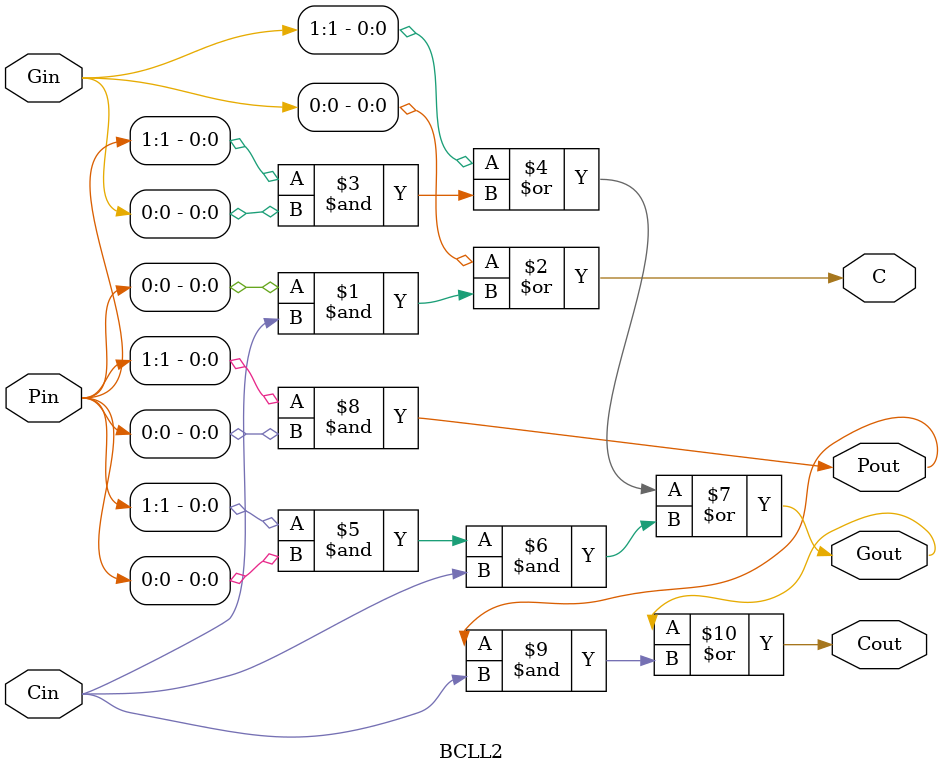
<source format=v>
`timescale 1ns / 1ps

module BCLL2(
    input   [1:0] Gin, Pin,
    input         Cin,
    output        Gout, Pout,
    output        C,
    output Cout  
    );
    assign C = (Gin[0] | (Pin[0] & Cin));
    assign Gout = (Gin[1] | Pin[1] & Gin[0] | Pin[1] & Pin[0] & Cin);
    assign Pout = (Pin[1] & Pin[0]);
    assign Cout = Gout | (Pout & Cin);

endmodule

</source>
